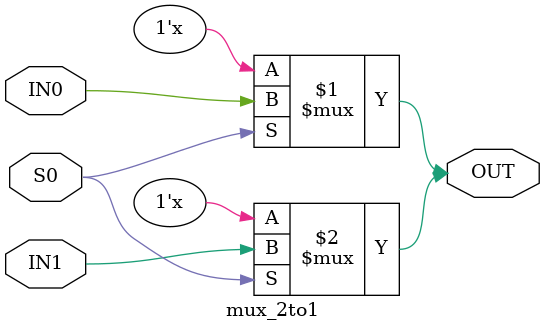
<source format=v>
/*  Title: Homework 1
 *  Description: Homework assignment #1 for EET-4020
 *  Author: Sergiy Kolodyazhnyy
 *  Date: 2/23/2017
 *
 */

/* #1: Create your own 2-input verilog gates 
 * called my_or,my_and,and my_not from 2-input nand gates.
 */

module my_and(C,A,B); 
    // Output definitions
    output C;
	 input A,B;
	 wire W1;
	 // AND gate implemented with NAND gates is
	 // effectively two nand gates, daisy chained.
	 nand input_nand(W1,A,B);
	 nand output_nand(C,W1,W1);
endmodule

module my_or(C,A,B);
    // input and output definitions
    output C;
	 input A,B;
	 wire A_out;
	 wire B_out;
	 // or gate can be implemented via two
	 // not gates implemented with nand, and output of each
	 // sent to another nand
	 nand input_nand1(A_out,A,A);
	 nand input_nand2(B_out,B,B);
	 nand output_nand(C,A_out,B_out);
endmodule

module my_not(C,A);
    output C;
	 input A;
	 nand output_nand(C,A,A);
endmodule

/*
 * #2: Create a 2-input xorg gate, built 
 * from the gates you designed in problem #1
 */

module my_xor(Z,X,Y);
    //output and input definitions
    output Z;
	 input X,Y;
	 wire Y_not,X_not,x_and_Yprime,Y_and_Xprime;
	 // instantiate the gates
	 my_not mn1(Y_not,Y);
	 my_not mn2(X_not,X);

	 my_and ma1(X_and_Yprime,mn1,X);
 	 my_and ma2(Y_and_Xprime,mn2,Y);

	 my_or mo(Z,X_and_Yprime,Y_and_Xprime);
endmodule

/* #3: Design a 2-to-1 multiplexer using bufif0 and bufif1 gates
 *
 */
module mux_2to1(OUT,IN0,IN1,S0);
    output OUT;
	 input IN0,IN1,S0;
	 wire S0_not;
	 
	 not(S0_not,S0);
    bufif0 b0(OUT,IN0,S0_not);
    bufif1 b1(OUT, IN1,S0);
endmodule

</source>
